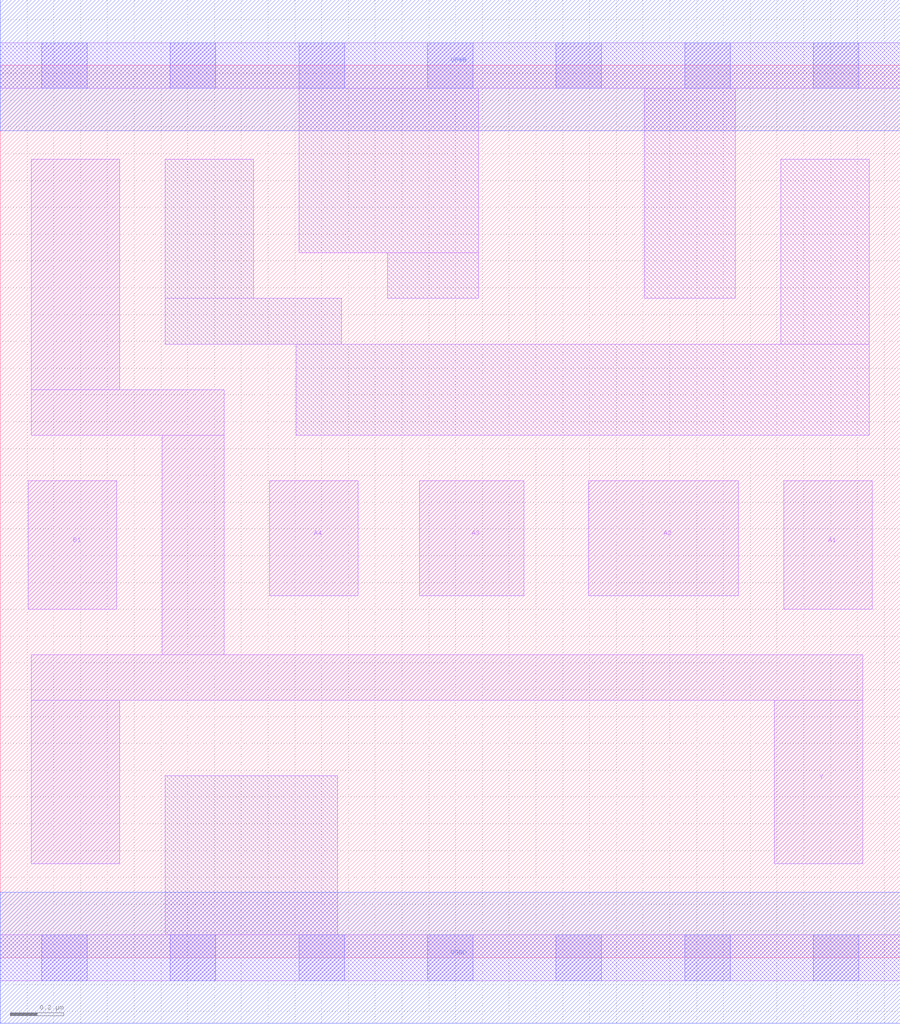
<source format=lef>
# Copyright 2020 The SkyWater PDK Authors
#
# Licensed under the Apache License, Version 2.0 (the "License");
# you may not use this file except in compliance with the License.
# You may obtain a copy of the License at
#
#     https://www.apache.org/licenses/LICENSE-2.0
#
# Unless required by applicable law or agreed to in writing, software
# distributed under the License is distributed on an "AS IS" BASIS,
# WITHOUT WARRANTIES OR CONDITIONS OF ANY KIND, either express or implied.
# See the License for the specific language governing permissions and
# limitations under the License.
#
# SPDX-License-Identifier: Apache-2.0

VERSION 5.7 ;
  NAMESCASESENSITIVE ON ;
  NOWIREEXTENSIONATPIN ON ;
  DIVIDERCHAR "/" ;
  BUSBITCHARS "[]" ;
UNITS
  DATABASE MICRONS 200 ;
END UNITS
MACRO sky130_fd_sc_hs__a41oi_1
  CLASS CORE ;
  SOURCE USER ;
  FOREIGN sky130_fd_sc_hs__a41oi_1 ;
  ORIGIN  0.000000  0.000000 ;
  SIZE  3.360000 BY  3.330000 ;
  SYMMETRY X Y ;
  SITE unit ;
  PIN A1
    ANTENNAGATEAREA  0.279000 ;
    DIRECTION INPUT ;
    USE SIGNAL ;
    PORT
      LAYER li1 ;
        RECT 2.925000 1.300000 3.255000 1.780000 ;
    END
  END A1
  PIN A2
    ANTENNAGATEAREA  0.279000 ;
    DIRECTION INPUT ;
    USE SIGNAL ;
    PORT
      LAYER li1 ;
        RECT 2.195000 1.350000 2.755000 1.780000 ;
    END
  END A2
  PIN A3
    ANTENNAGATEAREA  0.279000 ;
    DIRECTION INPUT ;
    USE SIGNAL ;
    PORT
      LAYER li1 ;
        RECT 1.565000 1.350000 1.955000 1.780000 ;
    END
  END A3
  PIN A4
    ANTENNAGATEAREA  0.279000 ;
    DIRECTION INPUT ;
    USE SIGNAL ;
    PORT
      LAYER li1 ;
        RECT 1.005000 1.350000 1.335000 1.780000 ;
    END
  END A4
  PIN B1
    ANTENNAGATEAREA  0.279000 ;
    DIRECTION INPUT ;
    USE SIGNAL ;
    PORT
      LAYER li1 ;
        RECT 0.105000 1.300000 0.435000 1.780000 ;
    END
  END B1
  PIN Y
    ANTENNADIFFAREA  0.752200 ;
    DIRECTION OUTPUT ;
    USE SIGNAL ;
    PORT
      LAYER li1 ;
        RECT 0.115000 0.350000 0.445000 0.960000 ;
        RECT 0.115000 0.960000 3.220000 1.130000 ;
        RECT 0.115000 1.950000 0.835000 2.120000 ;
        RECT 0.115000 2.120000 0.445000 2.980000 ;
        RECT 0.605000 1.130000 0.835000 1.950000 ;
        RECT 2.890000 0.350000 3.220000 0.960000 ;
    END
  END Y
  PIN VGND
    DIRECTION INOUT ;
    USE GROUND ;
    PORT
      LAYER met1 ;
        RECT 0.000000 -0.245000 3.360000 0.245000 ;
    END
  END VGND
  PIN VPWR
    DIRECTION INOUT ;
    USE POWER ;
    PORT
      LAYER met1 ;
        RECT 0.000000 3.085000 3.360000 3.575000 ;
    END
  END VPWR
  OBS
    LAYER li1 ;
      RECT 0.000000 -0.085000 3.360000 0.085000 ;
      RECT 0.000000  3.245000 3.360000 3.415000 ;
      RECT 0.615000  0.085000 1.260000 0.680000 ;
      RECT 0.615000  2.290000 1.275000 2.460000 ;
      RECT 0.615000  2.460000 0.945000 2.980000 ;
      RECT 1.105000  1.950000 3.245000 2.290000 ;
      RECT 1.115000  2.630000 1.785000 3.245000 ;
      RECT 1.445000  2.460000 1.785000 2.630000 ;
      RECT 2.405000  2.460000 2.745000 3.245000 ;
      RECT 2.915000  2.290000 3.245000 2.980000 ;
    LAYER mcon ;
      RECT 0.155000 -0.085000 0.325000 0.085000 ;
      RECT 0.155000  3.245000 0.325000 3.415000 ;
      RECT 0.635000 -0.085000 0.805000 0.085000 ;
      RECT 0.635000  3.245000 0.805000 3.415000 ;
      RECT 1.115000 -0.085000 1.285000 0.085000 ;
      RECT 1.115000  3.245000 1.285000 3.415000 ;
      RECT 1.595000 -0.085000 1.765000 0.085000 ;
      RECT 1.595000  3.245000 1.765000 3.415000 ;
      RECT 2.075000 -0.085000 2.245000 0.085000 ;
      RECT 2.075000  3.245000 2.245000 3.415000 ;
      RECT 2.555000 -0.085000 2.725000 0.085000 ;
      RECT 2.555000  3.245000 2.725000 3.415000 ;
      RECT 3.035000 -0.085000 3.205000 0.085000 ;
      RECT 3.035000  3.245000 3.205000 3.415000 ;
  END
END sky130_fd_sc_hs__a41oi_1

</source>
